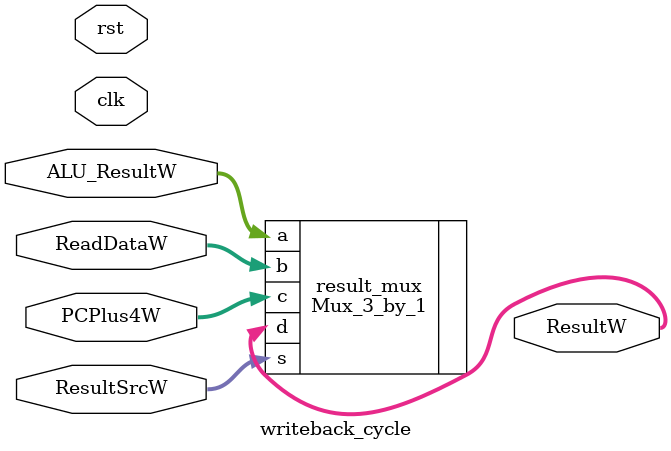
<source format=v>
module writeback_cycle(clk, rst, ResultSrcW, PCPlus4W, ALU_ResultW, ReadDataW, ResultW);

// Declaration of IOs
input clk, rst;
input [1:0] ResultSrcW;
input [31:0] PCPlus4W, ALU_ResultW, ReadDataW;

output [31:0] ResultW;

// Declaration of Module

 Mux_3_by_1 result_mux(
                .a(ALU_ResultW),
                .b(ReadDataW),
                .c(PCPlus4W),
                .s(ResultSrcW),
                .d(ResultW)
                );           
endmodule

</source>
